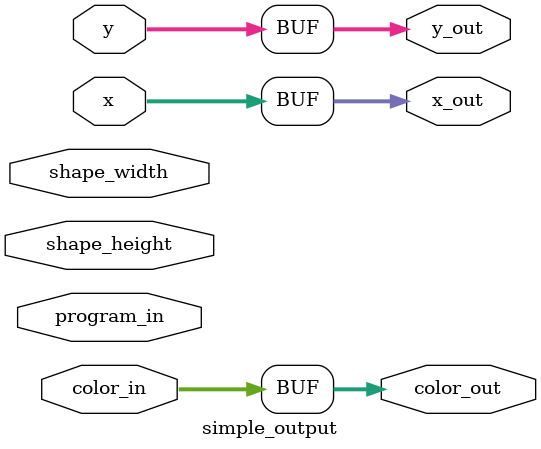
<source format=v>
`timescale 1ns / 1ps


module simple_output(input wire program_in,
                      input wire [10:0] x, 
                      input wire [11:0] y,
                      input wire[31:0] color_in,
                      input wire [10:0] shape_width,
                      input wire [11:0] shape_height, 
                      output wire [10:0] x_out,
                      output wire [11:0] y_out,
                      output wire [31:0] color_out
    );
    
    assign x_out = x;
    assign y_out = y;
    assign color_out = color_in;
endmodule

</source>
